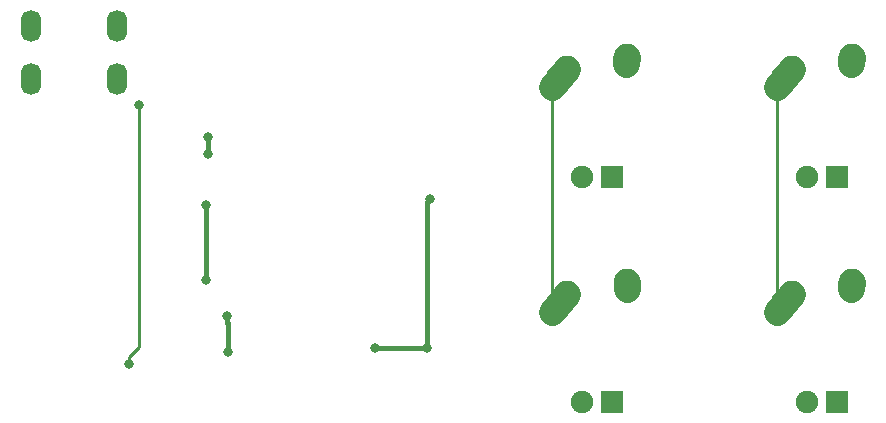
<source format=gbr>
G04 #@! TF.GenerationSoftware,KiCad,Pcbnew,(5.1.4)-1*
G04 #@! TF.CreationDate,2021-05-04T15:53:45+02:00*
G04 #@! TF.ProjectId,techo,74656368-6f2e-46b6-9963-61645f706362,rev?*
G04 #@! TF.SameCoordinates,Original*
G04 #@! TF.FileFunction,Copper,L1,Top*
G04 #@! TF.FilePolarity,Positive*
%FSLAX46Y46*%
G04 Gerber Fmt 4.6, Leading zero omitted, Abs format (unit mm)*
G04 Created by KiCad (PCBNEW (5.1.4)-1) date 2021-05-04 15:53:45*
%MOMM*%
%LPD*%
G04 APERTURE LIST*
%ADD10O,1.700000X2.700000*%
%ADD11R,1.905000X1.905000*%
%ADD12C,1.905000*%
%ADD13C,2.250000*%
%ADD14C,2.250000*%
%ADD15C,0.800000*%
%ADD16C,0.381000*%
%ADD17C,0.250000*%
G04 APERTURE END LIST*
D10*
X59280000Y-33560000D03*
X66580000Y-33560000D03*
X66580000Y-38060000D03*
X59280000Y-38060000D03*
D11*
X127476250Y-65405000D03*
D12*
X124936250Y-65405000D03*
D13*
X123706250Y-56325000D03*
X123051251Y-57055000D03*
D14*
X122396250Y-57785000D02*
X123706252Y-56325000D01*
D13*
X128746250Y-55245000D03*
X128726250Y-55535000D03*
D14*
X128706250Y-55825000D02*
X128746250Y-55245000D01*
D11*
X108458000Y-65405000D03*
D12*
X105918000Y-65405000D03*
D13*
X104688000Y-56325000D03*
X104033001Y-57055000D03*
D14*
X103378000Y-57785000D02*
X104688002Y-56325000D01*
D13*
X109728000Y-55245000D03*
X109708000Y-55535000D03*
D14*
X109688000Y-55825000D02*
X109728000Y-55245000D01*
D11*
X127476250Y-46355000D03*
D12*
X124936250Y-46355000D03*
D13*
X123706250Y-37275000D03*
X123051251Y-38005000D03*
D14*
X122396250Y-38735000D02*
X123706252Y-37275000D01*
D13*
X128746250Y-36195000D03*
X128726250Y-36485000D03*
D14*
X128706250Y-36775000D02*
X128746250Y-36195000D01*
D11*
X108426250Y-46355000D03*
D12*
X105886250Y-46355000D03*
D13*
X104656250Y-37275000D03*
X104001251Y-38005000D03*
D14*
X103346250Y-38735000D02*
X104656252Y-37275000D01*
D13*
X109696250Y-36195000D03*
X109676250Y-36485000D03*
D14*
X109656250Y-36775000D02*
X109696250Y-36195000D01*
D15*
X74240000Y-42963000D03*
X74240000Y-44413000D03*
X88392000Y-60833000D03*
X92837000Y-60833000D03*
X75872990Y-58137500D03*
X75946000Y-61214000D03*
X74067000Y-55144000D03*
X74067000Y-48794000D03*
X93091000Y-48260000D03*
X67564000Y-62230000D03*
X68453000Y-40259000D03*
D16*
X74240000Y-42963000D02*
X74240000Y-44378000D01*
X74240000Y-44378000D02*
X74240000Y-44413000D01*
X88392000Y-60833000D02*
X88957685Y-60833000D01*
X88957685Y-60833000D02*
X92837000Y-60833000D01*
X75872990Y-58703185D02*
X75946000Y-58776195D01*
X75872990Y-58137500D02*
X75872990Y-58703185D01*
X75946000Y-58776195D02*
X75946000Y-61214000D01*
X74067000Y-55144000D02*
X74067000Y-48794000D01*
X92837000Y-48514000D02*
X93091000Y-48260000D01*
X92837000Y-60833000D02*
X92837000Y-48514000D01*
D17*
X103378000Y-55015000D02*
X103378000Y-57785000D01*
X103346250Y-54983250D02*
X103378000Y-55015000D01*
X103346250Y-38735000D02*
X103346250Y-54983250D01*
X122396250Y-38735000D02*
X122396250Y-57785000D01*
X67564000Y-61664315D02*
X68453000Y-60775315D01*
X67564000Y-62230000D02*
X67564000Y-61664315D01*
X68453000Y-60775315D02*
X68453000Y-40259000D01*
M02*

</source>
